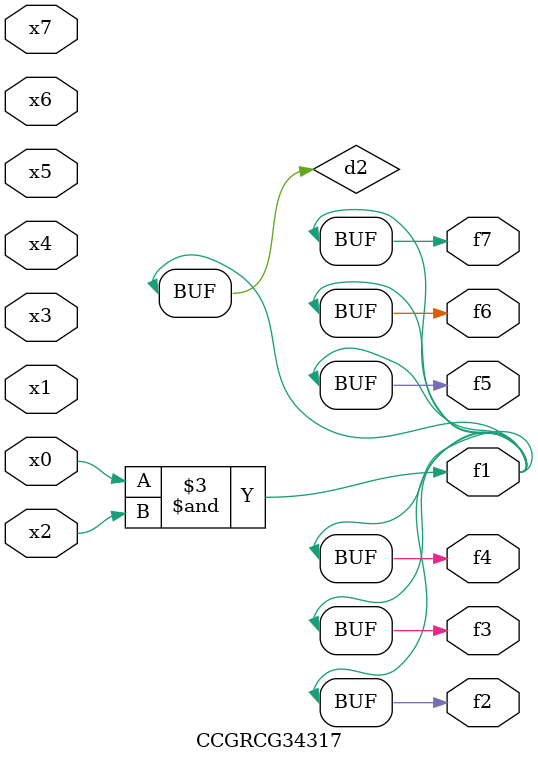
<source format=v>
module CCGRCG34317(
	input x0, x1, x2, x3, x4, x5, x6, x7,
	output f1, f2, f3, f4, f5, f6, f7
);

	wire d1, d2;

	nor (d1, x3, x6);
	and (d2, x0, x2);
	assign f1 = d2;
	assign f2 = d2;
	assign f3 = d2;
	assign f4 = d2;
	assign f5 = d2;
	assign f6 = d2;
	assign f7 = d2;
endmodule

</source>
